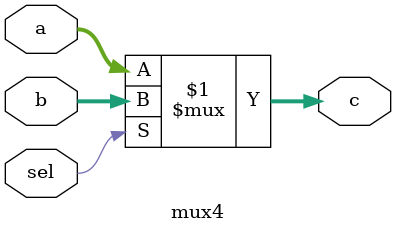
<source format=v>
module mux4(a,b,sel,c);
parameter width = 4;
input sel;
input [width-1:0]a,b;
output [width-1:0]c;

assign c = (sel)?b:a;
endmodule

</source>
